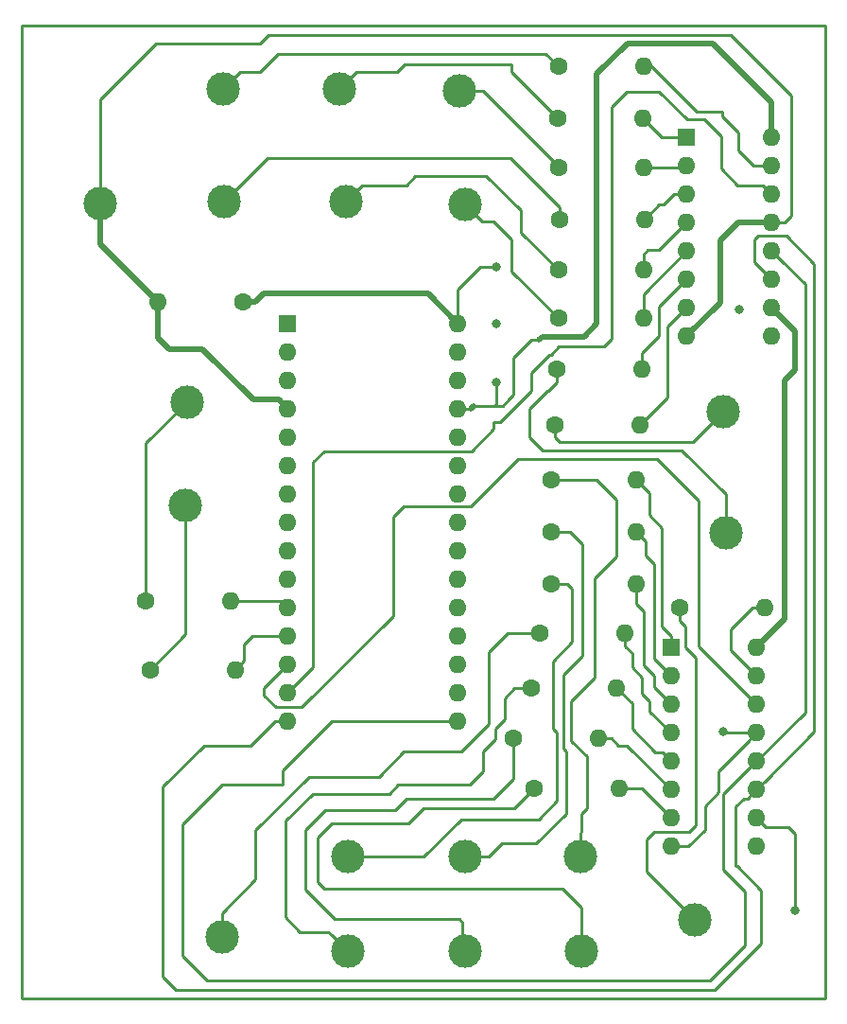
<source format=gbr>
G04 #@! TF.GenerationSoftware,KiCad,Pcbnew,5.1.1-8be2ce7~80~ubuntu18.04.1*
G04 #@! TF.CreationDate,2019-04-21T05:50:51-07:00*
G04 #@! TF.ProjectId,raskrsnica,7261736b-7273-46e6-9963-612e6b696361,rev?*
G04 #@! TF.SameCoordinates,Original*
G04 #@! TF.FileFunction,Copper,L2,Bot*
G04 #@! TF.FilePolarity,Positive*
%FSLAX46Y46*%
G04 Gerber Fmt 4.6, Leading zero omitted, Abs format (unit mm)*
G04 Created by KiCad (PCBNEW 5.1.1-8be2ce7~80~ubuntu18.04.1) date 2019-04-21 05:50:51*
%MOMM*%
%LPD*%
G04 APERTURE LIST*
%ADD10C,0.254000*%
%ADD11O,1.600000X1.600000*%
%ADD12R,1.600000X1.600000*%
%ADD13C,1.600000*%
%ADD14C,3.000000*%
%ADD15C,0.800000*%
%ADD16C,0.250000*%
%ADD17C,0.500000*%
G04 APERTURE END LIST*
D10*
X52000000Y-130000000D02*
X124000000Y-130000000D01*
X52000000Y-43000000D02*
X52000000Y-130000000D01*
X124000000Y-43000000D02*
X52000000Y-43000000D01*
X124000000Y-43000000D02*
X124000000Y-130000000D01*
D11*
X119176800Y-52984400D03*
X111556800Y-70764400D03*
X119176800Y-55524400D03*
X111556800Y-68224400D03*
X119176800Y-58064400D03*
X111556800Y-65684400D03*
X119176800Y-60604400D03*
X111556800Y-63144400D03*
X119176800Y-63144400D03*
X111556800Y-60604400D03*
X119176800Y-65684400D03*
X111556800Y-58064400D03*
X119176800Y-68224400D03*
X111556800Y-55524400D03*
X119176800Y-70764400D03*
D12*
X111556800Y-52984400D03*
D11*
X117805200Y-98653600D03*
X110185200Y-116433600D03*
X117805200Y-101193600D03*
X110185200Y-113893600D03*
X117805200Y-103733600D03*
X110185200Y-111353600D03*
X117805200Y-106273600D03*
X110185200Y-108813600D03*
X117805200Y-108813600D03*
X110185200Y-106273600D03*
X117805200Y-111353600D03*
X110185200Y-103733600D03*
X117805200Y-113893600D03*
X110185200Y-101193600D03*
X117805200Y-116433600D03*
D12*
X110185200Y-98653600D03*
D11*
X70764400Y-94488000D03*
D13*
X63144400Y-94488000D03*
D11*
X71120000Y-100634800D03*
D13*
X63500000Y-100634800D03*
D11*
X107391200Y-78689200D03*
D13*
X99771200Y-78689200D03*
D11*
X107594400Y-73761600D03*
D13*
X99974400Y-73761600D03*
D11*
X107696000Y-69189600D03*
D13*
X100076000Y-69189600D03*
D11*
X107696000Y-64871600D03*
D13*
X100076000Y-64871600D03*
D11*
X107797600Y-60350400D03*
D13*
X100177600Y-60350400D03*
D11*
X107696000Y-55676800D03*
D13*
X100076000Y-55676800D03*
D11*
X107645200Y-51308000D03*
D13*
X100025200Y-51308000D03*
D11*
X107696000Y-46634400D03*
D13*
X100076000Y-46634400D03*
D11*
X105511600Y-111252000D03*
D13*
X97891600Y-111252000D03*
D11*
X103682800Y-106781600D03*
D13*
X96062800Y-106781600D03*
D11*
X105308400Y-102260400D03*
D13*
X97688400Y-102260400D03*
D11*
X106019600Y-97383600D03*
D13*
X98399600Y-97383600D03*
D11*
X107035600Y-92913200D03*
D13*
X99415600Y-92913200D03*
D11*
X107086400Y-88290400D03*
D13*
X99466400Y-88290400D03*
D11*
X107035600Y-83616800D03*
D13*
X99415600Y-83616800D03*
D11*
X118567200Y-95097600D03*
D13*
X110947200Y-95097600D03*
D14*
X114808000Y-77571600D03*
X115062000Y-88341200D03*
X91744800Y-59029600D03*
X81026000Y-58775600D03*
X70154800Y-58775600D03*
X91236800Y-48869600D03*
X80467200Y-48666400D03*
X70053200Y-48666400D03*
X102108000Y-125780800D03*
X91694000Y-125780800D03*
X81229200Y-125780800D03*
X69951600Y-124510800D03*
X81229200Y-117348000D03*
X91744800Y-117348000D03*
X102057200Y-117348000D03*
X112318800Y-122986800D03*
X59029600Y-58928000D03*
X66802000Y-76708000D03*
X66700400Y-85953600D03*
D11*
X64211200Y-67716400D03*
D13*
X71831200Y-67716400D03*
D11*
X91084400Y-105206800D03*
X75844400Y-105206800D03*
X91084400Y-69646800D03*
X75844400Y-102666800D03*
X91084400Y-72186800D03*
X75844400Y-100126800D03*
X91084400Y-74726800D03*
X75844400Y-97586800D03*
X91084400Y-77266800D03*
X75844400Y-95046800D03*
X91084400Y-79806800D03*
X75844400Y-92506800D03*
X91084400Y-82346800D03*
X75844400Y-89966800D03*
X91084400Y-84886800D03*
X75844400Y-87426800D03*
X91084400Y-87426800D03*
X75844400Y-84886800D03*
X91084400Y-89966800D03*
X75844400Y-82346800D03*
X91084400Y-92506800D03*
X75844400Y-79806800D03*
X91084400Y-95046800D03*
X75844400Y-77266800D03*
X91084400Y-97586800D03*
X75844400Y-74726800D03*
X91084400Y-100126800D03*
X75844400Y-72186800D03*
X91084400Y-102666800D03*
D12*
X75844400Y-69646800D03*
D15*
X94538800Y-69697600D03*
X94538800Y-64617600D03*
X114808000Y-106121200D03*
X116281200Y-68376800D03*
X121259600Y-122123200D03*
X94488000Y-74930000D03*
D16*
X117805200Y-108813600D02*
X122174000Y-104444800D01*
X119976799Y-63944399D02*
X119176800Y-63144400D01*
X122174000Y-104444800D02*
X122174000Y-66141600D01*
X122174000Y-66141600D02*
X119976799Y-63944399D01*
X114858800Y-118516400D02*
X114858800Y-111760000D01*
X116789200Y-120446800D02*
X114858800Y-118516400D01*
X116789200Y-125323600D02*
X116789200Y-120446800D01*
X113690400Y-128422400D02*
X116789200Y-125323600D01*
X68630800Y-128422400D02*
X113690400Y-128422400D01*
X66446400Y-126238000D02*
X68630800Y-128422400D01*
X75361800Y-110921800D02*
X69977000Y-110921800D01*
X91084400Y-105206800D02*
X79806800Y-105206800D01*
X69977000Y-110921800D02*
X66446400Y-114452400D01*
X75361800Y-109651800D02*
X75361800Y-110921800D01*
X114858800Y-111760000D02*
X117805200Y-108813600D01*
X79806800Y-105206800D02*
X75361800Y-109651800D01*
X66446400Y-114452400D02*
X66446400Y-126238000D01*
X122986800Y-106172000D02*
X118605199Y-110553601D01*
X118605199Y-110553601D02*
X117805200Y-111353600D01*
X117652800Y-64160400D02*
X117652800Y-62128400D01*
X119176800Y-65684400D02*
X117652800Y-64160400D01*
X117652800Y-62128400D02*
X117957600Y-61823600D01*
X117957600Y-61823600D02*
X120497600Y-61823600D01*
X120497600Y-61823600D02*
X122986800Y-64312800D01*
X122986800Y-64312800D02*
X122986800Y-106172000D01*
X117005201Y-112153599D02*
X117805200Y-111353600D01*
X116686631Y-112153599D02*
X117005201Y-112153599D01*
X115976400Y-118211600D02*
X115976400Y-112863830D01*
X118211600Y-125120400D02*
X118211600Y-120345200D01*
X114096800Y-129235200D02*
X118211600Y-125120400D01*
X75844400Y-105206800D02*
X74713030Y-105206800D01*
X72528630Y-107391200D02*
X68326000Y-107391200D01*
X116078000Y-118211600D02*
X115976400Y-118211600D01*
X74713030Y-105206800D02*
X72528630Y-107391200D01*
X115976400Y-112863830D02*
X116686631Y-112153599D01*
X68326000Y-107391200D02*
X64668400Y-111048800D01*
X65786000Y-129235200D02*
X114096800Y-129235200D01*
X64668400Y-111048800D02*
X64668400Y-128117600D01*
X118211600Y-120345200D02*
X116078000Y-118211600D01*
X64668400Y-128117600D02*
X65786000Y-129235200D01*
D17*
X72962570Y-67716400D02*
X73724570Y-66954400D01*
X71831200Y-67716400D02*
X72962570Y-67716400D01*
X88392000Y-66954400D02*
X91084400Y-69646800D01*
X73724570Y-66954400D02*
X88392000Y-66954400D01*
D16*
X94488000Y-69646800D02*
X94538800Y-69697600D01*
X91084400Y-69646800D02*
X91084400Y-66598800D01*
X91084400Y-66598800D02*
X93065600Y-64617600D01*
X93522800Y-64617600D02*
X93726000Y-64617600D01*
X93522800Y-64617600D02*
X94538800Y-64617600D01*
X93065600Y-64617600D02*
X93522800Y-64617600D01*
X111607600Y-51409600D02*
X113131600Y-51409600D01*
X106222800Y-48920400D02*
X109118400Y-48920400D01*
X109118400Y-48920400D02*
X111607600Y-51409600D01*
X94284800Y-79095600D02*
X94284800Y-78486000D01*
X78130400Y-100380800D02*
X78130400Y-82042000D01*
X104140000Y-71729600D02*
X104851200Y-71018400D01*
X79095600Y-81076800D02*
X92303600Y-81076800D01*
X116141601Y-57264401D02*
X118376801Y-57264401D01*
X75844400Y-102666800D02*
X78130400Y-100380800D01*
X78130400Y-82042000D02*
X79095600Y-81076800D01*
X114655600Y-52933600D02*
X114655600Y-55778400D01*
X92303600Y-81076800D02*
X94284800Y-79095600D01*
X114655600Y-55778400D02*
X116141601Y-57264401D01*
X104851200Y-71018400D02*
X104851200Y-50292000D01*
X94284800Y-78486000D02*
X94843600Y-78486000D01*
X94843600Y-78486000D02*
X97637600Y-75692000D01*
X97637600Y-75692000D02*
X97637600Y-74091000D01*
X99263200Y-72465400D02*
X99391000Y-72465400D01*
X97637600Y-74091000D02*
X99263200Y-72465400D01*
X118376801Y-57264401D02*
X119176800Y-58064400D01*
X113131600Y-51409600D02*
X114655600Y-52933600D01*
X99391000Y-72465400D02*
X100126800Y-71729600D01*
X100126800Y-71729600D02*
X104140000Y-71729600D01*
X104851200Y-50292000D02*
X106222800Y-48920400D01*
D17*
X116179600Y-60604400D02*
X114554000Y-62230000D01*
X119176800Y-60604400D02*
X116179600Y-60604400D01*
X114554000Y-67767200D02*
X111556800Y-70764400D01*
X114554000Y-62230000D02*
X114554000Y-67767200D01*
X59029600Y-62534800D02*
X59029600Y-58928000D01*
X64211200Y-67716400D02*
X59029600Y-62534800D01*
X75044401Y-76466801D02*
X72758401Y-76466801D01*
X75844400Y-77266800D02*
X75044401Y-76466801D01*
X72758401Y-76466801D02*
X68224400Y-71932800D01*
X68224400Y-71932800D02*
X65227200Y-71932800D01*
X64211200Y-70916800D02*
X64211200Y-67716400D01*
X65227200Y-71932800D02*
X64211200Y-70916800D01*
D16*
X117005201Y-107073599D02*
X117805200Y-106273600D01*
X111709200Y-116433600D02*
X113207800Y-114935000D01*
X113207800Y-114935000D02*
X113207800Y-112801400D01*
X113207800Y-112801400D02*
X114408790Y-111600410D01*
X110185200Y-116433600D02*
X111709200Y-116433600D01*
X114408790Y-109670010D02*
X117005201Y-107073599D01*
X114408790Y-111600410D02*
X114408790Y-109670010D01*
X114960400Y-106273600D02*
X114808000Y-106121200D01*
X117805200Y-106273600D02*
X114960400Y-106273600D01*
X59029600Y-49580800D02*
X59029600Y-58928000D01*
X64008000Y-44602400D02*
X59029600Y-49580800D01*
X73355200Y-44602400D02*
X64008000Y-44602400D01*
X120308170Y-60604400D02*
X120904000Y-60008570D01*
X120904000Y-60008570D02*
X120904000Y-49225200D01*
X120904000Y-49225200D02*
X115519200Y-43840400D01*
X74117200Y-43840400D02*
X73355200Y-44602400D01*
X119176800Y-60604400D02*
X120308170Y-60604400D01*
X115519200Y-43840400D02*
X74117200Y-43840400D01*
X86911399Y-86011801D02*
X86758999Y-86011801D01*
X77114400Y-103987600D02*
X74777600Y-103987600D01*
X74777600Y-103987600D02*
X73710800Y-102920800D01*
X73710800Y-102260400D02*
X73812400Y-102158800D01*
X73710800Y-102920800D02*
X73710800Y-102260400D01*
X73812400Y-102158800D02*
X75844400Y-100126800D01*
X88181399Y-86011801D02*
X86200199Y-86011801D01*
X88181399Y-86011801D02*
X86911399Y-86011801D01*
X85267800Y-86944200D02*
X85267800Y-95834200D01*
X86200199Y-86011801D02*
X85267800Y-86944200D01*
X85267800Y-95834200D02*
X77114400Y-103987600D01*
X92245399Y-86011801D02*
X88181399Y-86011801D01*
X117805200Y-103733600D02*
X112623600Y-98552000D01*
X96469200Y-81788000D02*
X92245399Y-86011801D01*
X108915200Y-81788000D02*
X96469200Y-81788000D01*
X112623600Y-85496400D02*
X108915200Y-81788000D01*
X112623600Y-98552000D02*
X112623600Y-85496400D01*
X71919999Y-99834801D02*
X71919999Y-98361601D01*
X71120000Y-100634800D02*
X71919999Y-99834801D01*
X72694800Y-97586800D02*
X75844400Y-97586800D01*
X71919999Y-98361601D02*
X72694800Y-97586800D01*
X91084400Y-77266800D02*
X92215770Y-77266800D01*
D17*
X121310400Y-70358000D02*
X119176800Y-68224400D01*
X120345200Y-74777600D02*
X121310400Y-73812400D01*
X121310400Y-73812400D02*
X121310400Y-70358000D01*
X117805200Y-98653600D02*
X120345200Y-96113600D01*
X120345200Y-96113600D02*
X120345200Y-74777600D01*
D16*
X118605199Y-114693599D02*
X120637199Y-114693599D01*
X117805200Y-113893600D02*
X118605199Y-114693599D01*
X121259600Y-115316000D02*
X121259600Y-122123200D01*
X120637199Y-114693599D02*
X121259600Y-115316000D01*
D17*
X92215770Y-77266800D02*
X92488285Y-76994285D01*
D16*
X92215770Y-77266800D02*
X92354400Y-77266800D01*
X94488000Y-76874170D02*
X94488000Y-74930000D01*
X94367885Y-76994285D02*
X94488000Y-76874170D01*
X94367885Y-76994285D02*
X95079085Y-76994285D01*
X92488285Y-76994285D02*
X94367885Y-76994285D01*
X98362570Y-71120000D02*
X97637600Y-71120000D01*
X97637600Y-71120000D02*
X96062800Y-72694800D01*
X96062800Y-76010570D02*
X95612485Y-76460885D01*
X96062800Y-72694800D02*
X96062800Y-76010570D01*
X95079085Y-76994285D02*
X95612485Y-76460885D01*
D17*
X119176800Y-49834800D02*
X119176800Y-52984400D01*
X113944400Y-44602400D02*
X119176800Y-49834800D01*
X98362570Y-71120000D02*
X98667370Y-70815200D01*
X102362000Y-70815200D02*
X103530400Y-69646800D01*
X106273600Y-44602400D02*
X113944400Y-44602400D01*
X98667370Y-70815200D02*
X102362000Y-70815200D01*
X103530400Y-47345600D02*
X106273600Y-44602400D01*
X103530400Y-69646800D02*
X103530400Y-47345600D01*
D16*
X75285600Y-94488000D02*
X75844400Y-95046800D01*
X70764400Y-94488000D02*
X75285600Y-94488000D01*
X63500000Y-100634800D02*
X66700400Y-97434400D01*
X66700400Y-97434400D02*
X66700400Y-85953600D01*
X63144400Y-80365600D02*
X66802000Y-76708000D01*
X63144400Y-94488000D02*
X63144400Y-80365600D01*
X110947200Y-96228970D02*
X110947200Y-95097600D01*
X111455200Y-96736970D02*
X110947200Y-96228970D01*
X108000800Y-118668800D02*
X108000800Y-115824000D01*
X112318800Y-122986800D02*
X108000800Y-118668800D01*
X108000800Y-115824000D02*
X108661200Y-115163600D01*
X111760000Y-115163600D02*
X112420400Y-114503200D01*
X111455200Y-98602800D02*
X111455200Y-96736970D01*
X108661200Y-115163600D02*
X111760000Y-115163600D01*
X112420400Y-99568000D02*
X111455200Y-98602800D01*
X112420400Y-114503200D02*
X112420400Y-99568000D01*
X102158800Y-113487200D02*
X102616000Y-113030000D01*
X102616000Y-113030000D02*
X102616000Y-108356400D01*
X102616000Y-108356400D02*
X101244400Y-106984800D01*
X101244400Y-106984800D02*
X101244400Y-103428800D01*
X101244400Y-103428800D02*
X103327200Y-101346000D01*
X103327200Y-101346000D02*
X103327200Y-92456000D01*
X103327200Y-92456000D02*
X105308400Y-90474800D01*
X105308400Y-90474800D02*
X105308400Y-85394800D01*
X103530400Y-83616800D02*
X99415600Y-83616800D01*
X105308400Y-85394800D02*
X103530400Y-83616800D01*
X102158800Y-115125080D02*
X102158800Y-113487200D01*
X102057200Y-115226680D02*
X102158800Y-115125080D01*
X102057200Y-117348000D02*
X102057200Y-115226680D01*
X93866120Y-117348000D02*
X91744800Y-117348000D01*
X95034520Y-116179600D02*
X93866120Y-117348000D01*
X98094800Y-116179600D02*
X95034520Y-116179600D01*
X100787200Y-113487200D02*
X98094800Y-116179600D01*
X100787200Y-107950000D02*
X100787200Y-113487200D01*
X99466400Y-88290400D02*
X101142800Y-88290400D01*
X100540601Y-101084599D02*
X100540601Y-107703401D01*
X102260400Y-99364800D02*
X100540601Y-101084599D01*
X101142800Y-88290400D02*
X102260400Y-89408000D01*
X102260400Y-89408000D02*
X102260400Y-99364800D01*
X100540601Y-107703401D02*
X100787200Y-107950000D01*
X81229200Y-117348000D02*
X88036400Y-117348000D01*
X88036400Y-117348000D02*
X91389200Y-113995200D01*
X91389200Y-113995200D02*
X98298000Y-113995200D01*
X98298000Y-113995200D02*
X99923600Y-112369600D01*
X99923600Y-112369600D02*
X99923600Y-106273600D01*
X99923600Y-106273600D02*
X99568000Y-105918000D01*
X99568000Y-105918000D02*
X99568000Y-99872800D01*
X99568000Y-99872800D02*
X101295200Y-98145600D01*
X101295200Y-98145600D02*
X101295200Y-93370400D01*
X100838000Y-92913200D02*
X99415600Y-92913200D01*
X101295200Y-93370400D02*
X100838000Y-92913200D01*
X93878400Y-105460800D02*
X93878400Y-99009200D01*
X95504000Y-97383600D02*
X98399600Y-97383600D01*
X91389200Y-107950000D02*
X93878400Y-105460800D01*
X86258400Y-107950000D02*
X91389200Y-107950000D01*
X69951600Y-122389480D02*
X72948800Y-119392280D01*
X72948800Y-114960400D02*
X77724000Y-110185200D01*
X72948800Y-119392280D02*
X72948800Y-114960400D01*
X93878400Y-99009200D02*
X95504000Y-97383600D01*
X69951600Y-124510800D02*
X69951600Y-122389480D01*
X77724000Y-110185200D02*
X84023200Y-110185200D01*
X84023200Y-110185200D02*
X86258400Y-107950000D01*
X96164400Y-102260400D02*
X97688400Y-102260400D01*
X95250000Y-105054400D02*
X95250000Y-103174800D01*
X94411800Y-105892600D02*
X95250000Y-105054400D01*
X93319600Y-107899200D02*
X94411800Y-106807000D01*
X93319600Y-109728000D02*
X93319600Y-107899200D01*
X92151200Y-110896400D02*
X93319600Y-109728000D01*
X94411800Y-106807000D02*
X94411800Y-105892600D01*
X84937600Y-111709200D02*
X85750400Y-110896400D01*
X76935201Y-124077601D02*
X75641200Y-122783600D01*
X79475201Y-124077601D02*
X76935201Y-124077601D01*
X75641200Y-114147600D02*
X78079600Y-111709200D01*
X95250000Y-103174800D02*
X96164400Y-102260400D01*
X85750400Y-110896400D02*
X92151200Y-110896400D01*
X75641200Y-122783600D02*
X75641200Y-114147600D01*
X78079600Y-111709200D02*
X84937600Y-111709200D01*
X79806800Y-124358400D02*
X81229200Y-125780800D01*
X79756000Y-124358400D02*
X79806800Y-124358400D01*
X79756000Y-124358400D02*
X79475201Y-124077601D01*
X80975200Y-125577600D02*
X79756000Y-124358400D01*
X91490800Y-123253080D02*
X91186000Y-122948280D01*
X91186000Y-122948280D02*
X80073080Y-122948280D01*
X80073080Y-122948280D02*
X77419200Y-120294400D01*
X77419200Y-120294400D02*
X77419200Y-114960400D01*
X77419200Y-114960400D02*
X79197200Y-113182400D01*
X79197200Y-113182400D02*
X85445600Y-113182400D01*
X85445600Y-113182400D02*
X86461600Y-112166400D01*
X86461600Y-112166400D02*
X94284800Y-112166400D01*
X96062800Y-110388400D02*
X96062800Y-106781600D01*
X94284800Y-112166400D02*
X96062800Y-110388400D01*
X91490800Y-125577600D02*
X91694000Y-125780800D01*
X91490800Y-123850400D02*
X91490800Y-125577600D01*
X91490800Y-123850400D02*
X91490800Y-123253080D01*
X91490800Y-125374400D02*
X91490800Y-123850400D01*
X102108000Y-121920000D02*
X100431600Y-120243600D01*
X100431600Y-120243600D02*
X79146400Y-120243600D01*
X79146400Y-120243600D02*
X78486000Y-119583200D01*
X78486000Y-119583200D02*
X78486000Y-115671600D01*
X78486000Y-115671600D02*
X79756000Y-114401600D01*
X79756000Y-114401600D02*
X86614000Y-114401600D01*
X86614000Y-114401600D02*
X88036400Y-112979200D01*
X96164400Y-112979200D02*
X97891600Y-111252000D01*
X88036400Y-112979200D02*
X96164400Y-112979200D01*
X102108000Y-123444000D02*
X102108000Y-124256800D01*
X102108000Y-123444000D02*
X102108000Y-121920000D01*
X102108000Y-125374400D02*
X102108000Y-123444000D01*
X102108000Y-123444000D02*
X102108000Y-125780800D01*
X71553199Y-47166401D02*
X73331199Y-47166401D01*
X70053200Y-48666400D02*
X71553199Y-47166401D01*
X73331199Y-47166401D02*
X74980800Y-45516800D01*
X98958400Y-45516800D02*
X100076000Y-46634400D01*
X74980800Y-45516800D02*
X98958400Y-45516800D01*
X81967199Y-47166401D02*
X85624799Y-47166401D01*
X80467200Y-48666400D02*
X81967199Y-47166401D01*
X85624799Y-47166401D02*
X86309200Y-46482000D01*
X86309200Y-46482000D02*
X95859600Y-46482000D01*
X95859600Y-47142400D02*
X100025200Y-51308000D01*
X95859600Y-46482000D02*
X95859600Y-47142400D01*
X100076000Y-55587480D02*
X100076000Y-55676800D01*
X91236800Y-48869600D02*
X93358120Y-48869600D01*
X93358120Y-48869600D02*
X100076000Y-55587480D01*
X100177600Y-59219030D02*
X95822570Y-54864000D01*
X100177600Y-60350400D02*
X100177600Y-59219030D01*
X74066400Y-54864000D02*
X70154800Y-58775600D01*
X95822570Y-54864000D02*
X74066400Y-54864000D01*
X82525999Y-57275601D02*
X86437599Y-57275601D01*
X81026000Y-58775600D02*
X82525999Y-57275601D01*
X86437599Y-57275601D02*
X87274400Y-56438800D01*
X87274400Y-56438800D02*
X93624400Y-56438800D01*
X93624400Y-56438800D02*
X96723200Y-59537600D01*
X96723200Y-61518800D02*
X100076000Y-64871600D01*
X96723200Y-59537600D02*
X96723200Y-61518800D01*
X93244799Y-60529599D02*
X94260799Y-60529599D01*
X91744800Y-59029600D02*
X93244799Y-60529599D01*
X95859600Y-62128400D02*
X95859600Y-64973200D01*
X94260799Y-60529599D02*
X95859600Y-62128400D01*
X100076000Y-69189600D02*
X95859600Y-64973200D01*
X99974400Y-74892970D02*
X99161600Y-75705770D01*
X99974400Y-73761600D02*
X99974400Y-74892970D01*
X99161600Y-75705770D02*
X99046230Y-75705770D01*
X99046230Y-75705770D02*
X97485200Y-77266800D01*
X97485200Y-77266800D02*
X97485200Y-79806800D01*
X97485200Y-79806800D02*
X98653600Y-80975200D01*
X98653600Y-80975200D02*
X111150400Y-80975200D01*
X115062000Y-84886800D02*
X115062000Y-88341200D01*
X111150400Y-80975200D02*
X115062000Y-84886800D01*
X112115600Y-80264000D02*
X114808000Y-77571600D01*
X100214630Y-80264000D02*
X112115600Y-80264000D01*
X99771200Y-78689200D02*
X99771200Y-79820570D01*
X99771200Y-79820570D02*
X100214630Y-80264000D01*
X117435830Y-95097600D02*
X115519200Y-97014230D01*
X118567200Y-95097600D02*
X117435830Y-95097600D01*
X115519200Y-98907600D02*
X117805200Y-101193600D01*
X115519200Y-97014230D02*
X115519200Y-98907600D01*
X109372400Y-87934800D02*
X109372400Y-96790800D01*
X109372400Y-96790800D02*
X110185200Y-97603600D01*
X108211401Y-86773801D02*
X109372400Y-87934800D01*
X107035600Y-83616800D02*
X108211401Y-84792601D01*
X110185200Y-97603600D02*
X110185200Y-98653600D01*
X108211401Y-84792601D02*
X108211401Y-86773801D01*
X107886399Y-89090399D02*
X107886399Y-90360399D01*
X107086400Y-88290400D02*
X107886399Y-89090399D01*
X107886399Y-90360399D02*
X108661200Y-91135200D01*
X108661200Y-99669600D02*
X110185200Y-101193600D01*
X108661200Y-91135200D02*
X108661200Y-99669600D01*
X107035600Y-92913200D02*
X107035600Y-94691200D01*
X107035600Y-94691200D02*
X107746800Y-95402400D01*
X107746800Y-95402400D02*
X107746800Y-100228400D01*
X107746800Y-100228400D02*
X108661200Y-101142800D01*
X108661200Y-102209600D02*
X110185200Y-103733600D01*
X108661200Y-101142800D02*
X108661200Y-102209600D01*
X106019600Y-98514970D02*
X106666230Y-99161600D01*
X106019600Y-97383600D02*
X106019600Y-98514970D01*
X106666230Y-99161600D02*
X106666230Y-100417830D01*
X106666230Y-100417830D02*
X107543600Y-101295200D01*
X107543600Y-102757002D02*
X108254800Y-103468202D01*
X107543600Y-101295200D02*
X107543600Y-102757002D01*
X108254800Y-104343200D02*
X110185200Y-106273600D01*
X108254800Y-103468202D02*
X108254800Y-104343200D01*
X109385201Y-108013601D02*
X108775601Y-108013601D01*
X110185200Y-108813600D02*
X109385201Y-108013601D01*
X108775601Y-108013601D02*
X106680000Y-105918000D01*
X106680000Y-103632000D02*
X105308400Y-102260400D01*
X106680000Y-105918000D02*
X106680000Y-103632000D01*
X104814170Y-106781600D02*
X105423770Y-107391200D01*
X103682800Y-106781600D02*
X104814170Y-106781600D01*
X106222800Y-107391200D02*
X110185200Y-111353600D01*
X105423770Y-107391200D02*
X106222800Y-107391200D01*
X107543600Y-111252000D02*
X110185200Y-113893600D01*
X105511600Y-111252000D02*
X107543600Y-111252000D01*
X117551200Y-55524400D02*
X119176800Y-55524400D01*
X116179600Y-54152800D02*
X117551200Y-55524400D01*
X108407200Y-46634400D02*
X112471200Y-50698400D01*
X116179600Y-52527200D02*
X116179600Y-54152800D01*
X107696000Y-46634400D02*
X108407200Y-46634400D01*
X112471200Y-50698400D02*
X114757200Y-50698400D01*
X114757200Y-51104800D02*
X116179600Y-52527200D01*
X114757200Y-50698400D02*
X114757200Y-51104800D01*
X109321600Y-52984400D02*
X111556800Y-52984400D01*
X107645200Y-51308000D02*
X109321600Y-52984400D01*
X111404400Y-55676800D02*
X111556800Y-55524400D01*
X107696000Y-55676800D02*
X111404400Y-55676800D01*
X110439200Y-58064400D02*
X111556800Y-58064400D01*
X109474000Y-59029600D02*
X110439200Y-58064400D01*
X109118400Y-59029600D02*
X107797600Y-60350400D01*
X109474000Y-59029600D02*
X109118400Y-59029600D01*
X109067600Y-63093600D02*
X111556800Y-60604400D01*
X108102400Y-63093600D02*
X109067600Y-63093600D01*
X107696000Y-63500000D02*
X108102400Y-63093600D01*
X107696000Y-64871600D02*
X107696000Y-63500000D01*
X107696000Y-67005200D02*
X111556800Y-63144400D01*
X107696000Y-69189600D02*
X107696000Y-67005200D01*
X107594400Y-72288400D02*
X107594400Y-73761600D01*
X109118400Y-70764400D02*
X107594400Y-72288400D01*
X111556800Y-65684400D02*
X109118400Y-68122800D01*
X109118400Y-68122800D02*
X109118400Y-70764400D01*
X111556800Y-68224400D02*
X109829600Y-69951600D01*
X109829600Y-76250800D02*
X107391200Y-78689200D01*
X109829600Y-69951600D02*
X109829600Y-76250800D01*
M02*

</source>
